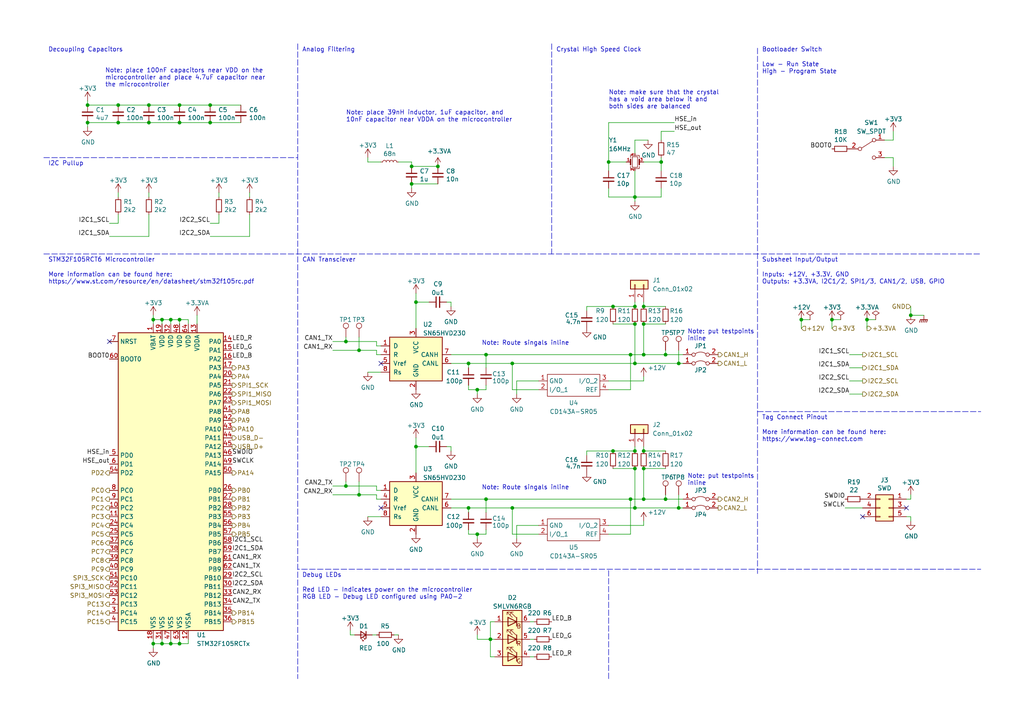
<source format=kicad_sch>
(kicad_sch (version 20211123) (generator eeschema)
  (paper "A4")
  (title_block (title "STM32F105RCT6 Subsheet") (date "2022-10-09") (company "Longhorn Racing"))
  (junction (at 251.46 92.71))
  (junction (at 138.43 154.94))
  (junction (at 49.53 186.69))
  (junction (at 135.89 147.32))
  (junction (at 184.15 57.15))
  (junction (at 119.38 53.34))
  (junction (at 184.15 135.89))
  (junction (at 104.14 143.51))
  (junction (at 60.96 35.56))
  (junction (at 140.97 102.87))
  (junction (at 34.29 35.56))
  (junction (at 100.33 99.06))
  (junction (at 104.14 101.6))
  (junction (at 43.18 35.56))
  (junction (at 186.69 88.9))
  (junction (at 142.24 185.42))
  (junction (at 177.8 88.9))
  (junction (at 148.59 105.41))
  (junction (at 60.96 30.48))
  (junction (at 196.85 105.41))
  (junction (at 196.85 147.32))
  (junction (at 186.69 93.98))
  (junction (at 44.45 186.69))
  (junction (at 186.69 135.89))
  (junction (at 186.69 144.78))
  (junction (at 52.07 92.71))
  (junction (at 100.33 140.97))
  (junction (at 186.69 130.81))
  (junction (at 177.8 130.81))
  (junction (at 184.15 93.98))
  (junction (at 148.59 147.32))
  (junction (at 120.65 129.54))
  (junction (at 184.15 147.32))
  (junction (at 46.99 186.69))
  (junction (at 184.15 105.41))
  (junction (at 176.53 46.99))
  (junction (at 119.38 48.26))
  (junction (at 193.04 102.87))
  (junction (at 34.29 30.48))
  (junction (at 44.45 92.71))
  (junction (at 127 48.26))
  (junction (at 241.3 92.71))
  (junction (at 184.15 88.9))
  (junction (at 184.15 130.81))
  (junction (at 52.07 186.69))
  (junction (at 52.07 30.48))
  (junction (at 46.99 92.71))
  (junction (at 135.89 105.41))
  (junction (at 120.65 87.63))
  (junction (at 25.4 35.56))
  (junction (at 182.88 144.78))
  (junction (at 25.4 30.48))
  (junction (at 186.69 102.87))
  (junction (at 232.41 92.71))
  (junction (at 140.97 144.78))
  (junction (at 138.43 113.03))
  (junction (at 264.16 91.44))
  (junction (at 193.04 144.78))
  (junction (at 182.88 102.87))
  (junction (at 191.77 46.99))
  (junction (at 52.07 35.56))
  (junction (at 49.53 92.71))
  (junction (at 43.18 30.48))
  (no_connect (at 31.75 99.06))
  (no_connect (at 262.89 147.32))
  (no_connect (at 250.19 149.86))
  (no_connect (at 110.49 147.32))
  (no_connect (at 110.49 105.41))
  (wire (pts (xy 106.68 45.72) (xy 106.68 46.99)))
  (wire (pts (xy 149.86 110.49) (xy 149.86 114.3)))
  (wire (pts (xy 245.11 147.32) (xy 250.19 147.32)))
  (wire (pts (xy 130.81 87.63) (xy 130.81 88.9)))
  (wire (pts (xy 262.89 144.78) (xy 264.16 144.78)))
  (wire (pts (xy 100.33 97.79) (xy 100.33 99.06)))
  (wire (pts (xy 63.5 55.88) (xy 63.5 57.15)))
  (wire (pts (xy 100.33 140.97) (xy 109.22 140.97)))
  (polyline (pts (xy 160.02 165.1) (xy 86.36 165.1)))
  (wire (pts (xy 43.18 30.48) (xy 52.07 30.48)))
  (wire (pts (xy 259.08 40.64) (xy 259.08 38.1)))
  (wire (pts (xy 140.97 144.78) (xy 140.97 148.59)))
  (wire (pts (xy 63.5 64.77) (xy 63.5 62.23)))
  (wire (pts (xy 109.22 100.33) (xy 110.49 100.33)))
  (wire (pts (xy 25.4 36.83) (xy 25.4 35.56)))
  (wire (pts (xy 140.97 144.78) (xy 182.88 144.78)))
  (wire (pts (xy 44.45 186.69) (xy 44.45 187.96)))
  (wire (pts (xy 153.67 180.34) (xy 154.94 180.34)))
  (wire (pts (xy 130.81 144.78) (xy 140.97 144.78)))
  (wire (pts (xy 191.77 46.99) (xy 191.77 49.53)))
  (wire (pts (xy 109.22 102.87) (xy 110.49 102.87)))
  (wire (pts (xy 182.88 102.87) (xy 182.88 113.03)))
  (wire (pts (xy 72.39 55.88) (xy 72.39 57.15)))
  (wire (pts (xy 60.96 35.56) (xy 69.85 35.56)))
  (wire (pts (xy 140.97 102.87) (xy 182.88 102.87)))
  (wire (pts (xy 246.38 110.49) (xy 250.19 110.49)))
  (wire (pts (xy 148.59 147.32) (xy 148.59 154.94)))
  (wire (pts (xy 251.46 92.71) (xy 254 92.71)))
  (wire (pts (xy 186.69 109.22) (xy 186.69 110.49)))
  (wire (pts (xy 129.54 87.63) (xy 130.81 87.63)))
  (wire (pts (xy 148.59 105.41) (xy 184.15 105.41)))
  (wire (pts (xy 264.16 91.44) (xy 264.16 88.9)))
  (wire (pts (xy 170.18 130.81) (xy 170.18 132.08)))
  (wire (pts (xy 135.89 105.41) (xy 135.89 106.68)))
  (wire (pts (xy 187.96 40.64) (xy 184.15 40.64)))
  (wire (pts (xy 176.53 110.49) (xy 186.69 110.49)))
  (wire (pts (xy 177.8 93.98) (xy 184.15 93.98)))
  (wire (pts (xy 96.52 140.97) (xy 100.33 140.97)))
  (wire (pts (xy 25.4 30.48) (xy 34.29 30.48)))
  (wire (pts (xy 184.15 135.89) (xy 184.15 147.32)))
  (wire (pts (xy 186.69 93.98) (xy 186.69 102.87)))
  (wire (pts (xy 135.89 147.32) (xy 148.59 147.32)))
  (wire (pts (xy 25.4 29.21) (xy 25.4 30.48)))
  (wire (pts (xy 186.69 151.13) (xy 186.69 152.4)))
  (wire (pts (xy 182.88 144.78) (xy 182.88 154.94)))
  (wire (pts (xy 138.43 113.03) (xy 140.97 113.03)))
  (wire (pts (xy 46.99 186.69) (xy 49.53 186.69)))
  (wire (pts (xy 232.41 92.71) (xy 232.41 95.25)))
  (wire (pts (xy 184.15 57.15) (xy 191.77 57.15)))
  (wire (pts (xy 106.68 107.95) (xy 110.49 107.95)))
  (wire (pts (xy 182.88 102.87) (xy 186.69 102.87)))
  (wire (pts (xy 170.18 88.9) (xy 177.8 88.9)))
  (wire (pts (xy 176.53 113.03) (xy 182.88 113.03)))
  (wire (pts (xy 262.89 149.86) (xy 264.16 149.86)))
  (wire (pts (xy 186.69 93.98) (xy 193.04 93.98)))
  (wire (pts (xy 44.45 92.71) (xy 44.45 91.44)))
  (wire (pts (xy 109.22 142.24) (xy 110.49 142.24)))
  (wire (pts (xy 176.53 54.61) (xy 176.53 57.15)))
  (wire (pts (xy 142.24 180.34) (xy 142.24 185.42)))
  (wire (pts (xy 176.53 152.4) (xy 186.69 152.4)))
  (wire (pts (xy 232.41 92.71) (xy 234.95 92.71)))
  (wire (pts (xy 143.51 180.34) (xy 142.24 180.34)))
  (polyline (pts (xy 160.02 165.1) (xy 284.48 165.1)))
  (wire (pts (xy 49.53 92.71) (xy 46.99 92.71)))
  (wire (pts (xy 120.65 87.63) (xy 120.65 95.25)))
  (wire (pts (xy 106.68 46.99) (xy 110.49 46.99)))
  (wire (pts (xy 127 53.34) (xy 119.38 53.34)))
  (wire (pts (xy 60.96 64.77) (xy 63.5 64.77)))
  (wire (pts (xy 186.69 135.89) (xy 186.69 144.78)))
  (wire (pts (xy 142.24 190.5) (xy 143.51 190.5)))
  (wire (pts (xy 138.43 154.94) (xy 138.43 156.21)))
  (wire (pts (xy 100.33 139.7) (xy 100.33 140.97)))
  (wire (pts (xy 130.81 147.32) (xy 135.89 147.32)))
  (wire (pts (xy 49.53 93.98) (xy 49.53 92.71)))
  (wire (pts (xy 138.43 113.03) (xy 138.43 114.3)))
  (wire (pts (xy 264.16 91.44) (xy 267.97 91.44)))
  (polyline (pts (xy 160.02 12.7) (xy 160.02 73.66)))
  (wire (pts (xy 186.69 88.9) (xy 186.69 87.63)))
  (wire (pts (xy 120.65 129.54) (xy 120.65 137.16)))
  (wire (pts (xy 184.15 40.64) (xy 184.15 44.45)))
  (wire (pts (xy 256.54 40.64) (xy 259.08 40.64)))
  (polyline (pts (xy 86.36 12.7) (xy 86.36 196.85)))
  (wire (pts (xy 44.45 93.98) (xy 44.45 92.71)))
  (wire (pts (xy 196.85 101.6) (xy 196.85 105.41)))
  (wire (pts (xy 184.15 87.63) (xy 184.15 88.9)))
  (wire (pts (xy 149.86 110.49) (xy 156.21 110.49)))
  (wire (pts (xy 52.07 30.48) (xy 60.96 30.48)))
  (wire (pts (xy 149.86 152.4) (xy 156.21 152.4)))
  (wire (pts (xy 140.97 111.76) (xy 140.97 113.03)))
  (wire (pts (xy 109.22 143.51) (xy 109.22 144.78)))
  (wire (pts (xy 34.29 55.88) (xy 34.29 57.15)))
  (wire (pts (xy 138.43 154.94) (xy 140.97 154.94)))
  (wire (pts (xy 49.53 186.69) (xy 52.07 186.69)))
  (wire (pts (xy 256.54 45.72) (xy 259.08 45.72)))
  (wire (pts (xy 142.24 185.42) (xy 143.51 185.42)))
  (wire (pts (xy 43.18 35.56) (xy 52.07 35.56)))
  (wire (pts (xy 140.97 153.67) (xy 140.97 154.94)))
  (wire (pts (xy 129.54 129.54) (xy 130.81 129.54)))
  (wire (pts (xy 186.69 135.89) (xy 193.04 135.89)))
  (wire (pts (xy 184.15 105.41) (xy 196.85 105.41)))
  (wire (pts (xy 130.81 102.87) (xy 140.97 102.87)))
  (wire (pts (xy 135.89 154.94) (xy 138.43 154.94)))
  (wire (pts (xy 177.8 130.81) (xy 184.15 130.81)))
  (wire (pts (xy 184.15 93.98) (xy 184.15 105.41)))
  (polyline (pts (xy 219.71 13.97) (xy 219.71 166.37)))
  (wire (pts (xy 186.69 102.87) (xy 193.04 102.87)))
  (polyline (pts (xy 12.7 45.72) (xy 86.36 45.72)))
  (wire (pts (xy 170.18 130.81) (xy 177.8 130.81)))
  (wire (pts (xy 120.65 85.09) (xy 120.65 87.63)))
  (wire (pts (xy 264.16 144.78) (xy 264.16 143.51)))
  (wire (pts (xy 193.04 101.6) (xy 193.04 102.87)))
  (wire (pts (xy 60.96 30.48) (xy 69.85 30.48)))
  (wire (pts (xy 44.45 186.69) (xy 44.45 185.42)))
  (wire (pts (xy 191.77 38.1) (xy 195.58 38.1)))
  (wire (pts (xy 259.08 45.72) (xy 259.08 48.26)))
  (wire (pts (xy 191.77 40.64) (xy 191.77 38.1)))
  (wire (pts (xy 107.95 184.15) (xy 109.22 184.15)))
  (wire (pts (xy 104.14 97.79) (xy 104.14 101.6)))
  (wire (pts (xy 34.29 30.48) (xy 43.18 30.48)))
  (wire (pts (xy 135.89 147.32) (xy 135.89 148.59)))
  (wire (pts (xy 148.59 154.94) (xy 156.21 154.94)))
  (wire (pts (xy 140.97 102.87) (xy 140.97 106.68)))
  (wire (pts (xy 52.07 92.71) (xy 52.07 93.98)))
  (wire (pts (xy 72.39 68.58) (xy 72.39 62.23)))
  (wire (pts (xy 104.14 143.51) (xy 109.22 143.51)))
  (wire (pts (xy 104.14 101.6) (xy 109.22 101.6)))
  (wire (pts (xy 182.88 144.78) (xy 186.69 144.78)))
  (wire (pts (xy 176.53 154.94) (xy 182.88 154.94)))
  (wire (pts (xy 176.53 49.53) (xy 176.53 46.99)))
  (wire (pts (xy 31.75 64.77) (xy 34.29 64.77)))
  (wire (pts (xy 46.99 185.42) (xy 46.99 186.69)))
  (wire (pts (xy 196.85 143.51) (xy 196.85 147.32)))
  (polyline (pts (xy 176.53 196.85) (xy 176.53 165.1)))
  (wire (pts (xy 135.89 113.03) (xy 138.43 113.03)))
  (wire (pts (xy 54.61 186.69) (xy 54.61 185.42)))
  (wire (pts (xy 124.46 87.63) (xy 120.65 87.63)))
  (wire (pts (xy 184.15 57.15) (xy 184.15 58.42)))
  (wire (pts (xy 119.38 53.34) (xy 119.38 54.61)))
  (wire (pts (xy 193.04 102.87) (xy 198.12 102.87)))
  (wire (pts (xy 106.68 149.86) (xy 110.49 149.86)))
  (wire (pts (xy 49.53 92.71) (xy 52.07 92.71)))
  (wire (pts (xy 52.07 92.71) (xy 54.61 92.71)))
  (wire (pts (xy 114.3 184.15) (xy 115.57 184.15)))
  (wire (pts (xy 119.38 46.99) (xy 119.38 48.26)))
  (wire (pts (xy 130.81 105.41) (xy 135.89 105.41)))
  (wire (pts (xy 184.15 49.53) (xy 184.15 57.15)))
  (wire (pts (xy 148.59 105.41) (xy 148.59 113.03)))
  (wire (pts (xy 60.96 68.58) (xy 72.39 68.58)))
  (wire (pts (xy 148.59 147.32) (xy 184.15 147.32)))
  (wire (pts (xy 96.52 99.06) (xy 100.33 99.06)))
  (wire (pts (xy 186.69 130.81) (xy 186.69 129.54)))
  (wire (pts (xy 43.18 68.58) (xy 43.18 62.23)))
  (wire (pts (xy 186.69 46.99) (xy 191.77 46.99)))
  (wire (pts (xy 264.16 149.86) (xy 264.16 151.13)))
  (wire (pts (xy 96.52 143.51) (xy 104.14 143.51)))
  (wire (pts (xy 142.24 185.42) (xy 142.24 190.5)))
  (wire (pts (xy 135.89 105.41) (xy 148.59 105.41)))
  (wire (pts (xy 135.89 153.67) (xy 135.89 154.94)))
  (wire (pts (xy 52.07 35.56) (xy 60.96 35.56)))
  (wire (pts (xy 246.38 114.3) (xy 250.19 114.3)))
  (wire (pts (xy 176.53 35.56) (xy 195.58 35.56)))
  (wire (pts (xy 154.94 190.5) (xy 153.67 190.5)))
  (wire (pts (xy 246.38 102.87) (xy 250.19 102.87)))
  (wire (pts (xy 101.6 182.88) (xy 101.6 184.15)))
  (wire (pts (xy 241.3 92.71) (xy 243.84 92.71)))
  (wire (pts (xy 138.43 185.42) (xy 138.43 184.15)))
  (wire (pts (xy 96.52 101.6) (xy 104.14 101.6)))
  (wire (pts (xy 57.15 91.44) (xy 57.15 93.98)))
  (wire (pts (xy 191.77 57.15) (xy 191.77 54.61)))
  (wire (pts (xy 177.8 88.9) (xy 184.15 88.9)))
  (wire (pts (xy 177.8 135.89) (xy 184.15 135.89)))
  (wire (pts (xy 46.99 186.69) (xy 44.45 186.69)))
  (wire (pts (xy 25.4 35.56) (xy 34.29 35.56)))
  (wire (pts (xy 135.89 111.76) (xy 135.89 113.03)))
  (wire (pts (xy 251.46 92.71) (xy 251.46 95.25)))
  (wire (pts (xy 241.3 92.71) (xy 241.3 95.25)))
  (wire (pts (xy 124.46 129.54) (xy 120.65 129.54)))
  (wire (pts (xy 191.77 45.72) (xy 191.77 46.99)))
  (wire (pts (xy 52.07 186.69) (xy 54.61 186.69)))
  (wire (pts (xy 193.04 130.81) (xy 186.69 130.81)))
  (wire (pts (xy 130.81 129.54) (xy 130.81 130.81)))
  (wire (pts (xy 184.15 147.32) (xy 196.85 147.32)))
  (wire (pts (xy 176.53 46.99) (xy 176.53 35.56)))
  (wire (pts (xy 109.22 140.97) (xy 109.22 142.24)))
  (wire (pts (xy 34.29 64.77) (xy 34.29 62.23)))
  (wire (pts (xy 119.38 48.26) (xy 127 48.26)))
  (wire (pts (xy 109.22 101.6) (xy 109.22 102.87)))
  (polyline (pts (xy 219.71 119.38) (xy 284.48 119.38)))
  (wire (pts (xy 149.86 152.4) (xy 149.86 156.21)))
  (wire (pts (xy 246.38 106.68) (xy 250.19 106.68)))
  (wire (pts (xy 196.85 105.41) (xy 198.12 105.41)))
  (wire (pts (xy 193.04 143.51) (xy 193.04 144.78)))
  (wire (pts (xy 34.29 35.56) (xy 43.18 35.56)))
  (wire (pts (xy 176.53 46.99) (xy 181.61 46.99)))
  (wire (pts (xy 148.59 113.03) (xy 156.21 113.03)))
  (wire (pts (xy 170.18 88.9) (xy 170.18 90.17)))
  (wire (pts (xy 31.75 68.58) (xy 43.18 68.58)))
  (wire (pts (xy 100.33 99.06) (xy 109.22 99.06)))
  (wire (pts (xy 176.53 57.15) (xy 184.15 57.15)))
  (wire (pts (xy 52.07 186.69) (xy 52.07 185.42)))
  (polyline (pts (xy 12.7 73.66) (xy 284.48 73.66)))
  (wire (pts (xy 138.43 185.42) (xy 142.24 185.42)))
  (wire (pts (xy 193.04 144.78) (xy 198.12 144.78)))
  (wire (pts (xy 184.15 129.54) (xy 184.15 130.81)))
  (wire (pts (xy 196.85 147.32) (xy 198.12 147.32)))
  (wire (pts (xy 44.45 92.71) (xy 46.99 92.71)))
  (wire (pts (xy 115.57 46.99) (xy 119.38 46.99)))
  (wire (pts (xy 104.14 139.7) (xy 104.14 143.51)))
  (wire (pts (xy 109.22 99.06) (xy 109.22 100.33)))
  (wire (pts (xy 46.99 92.71) (xy 46.99 93.98)))
  (wire (pts (xy 186.69 144.78) (xy 193.04 144.78)))
  (wire (pts (xy 43.18 55.88) (xy 43.18 57.15)))
  (wire (pts (xy 49.53 186.69) (xy 49.53 185.42)))
  (wire (pts (xy 120.65 127) (xy 120.65 129.54)))
  (wire (pts (xy 109.22 144.78) (xy 110.49 144.78)))
  (wire (pts (xy 193.04 88.9) (xy 186.69 88.9)))
  (wire (pts (xy 101.6 184.15) (xy 102.87 184.15)))
  (wire (pts (xy 54.61 92.71) (xy 54.61 93.98)))
  (wire (pts (xy 154.94 185.42) (xy 153.67 185.42)))
  (text "Note: place 100nF capacitors near VDD on the \nmicrocontroller and place 4.7uF capacitor near \nthe microcontroller" (at 30.48 25.4 0) (effects (font (size 1.27 1.27)) (justify left bottom)))
  (text "Note: put testpoints \ninline" (at 199.39 140.97 0) (effects (font (size 1.27 1.27)) (justify left bottom)))
  (text "Note: Route singals inline" (at 139.7 142.24 0) (effects (font (size 1.27 1.27)) (justify left bottom)))
  (text "Inputs: +12V, +3.3V, GND\nOutputs: +3.3VA, I2C1/2, SPI1/3, CAN1/2, USB, GPIO" (at 220.98 82.55 0) (effects (font (size 1.27 1.27)) (justify left bottom)))
  (text "Bootloader Switch" (at 220.98 15.24 0) (effects (font (size 1.27 1.27)) (justify left bottom)))
  (text "Low - Run State\nHigh - Program State" (at 220.98 21.59 0) (effects (font (size 1.27 1.27)) (justify left bottom)))
  (text "Note: Route singals inline" (at 139.7 100.33 0) (effects (font (size 1.27 1.27)) (justify left bottom)))
  (text "Analog Filtering" (at 87.63 15.24 0) (effects (font (size 1.27 1.27)) (justify left bottom)))
  (text "I2C Pullup" (at 13.97 48.26 0) (effects (font (size 1.27 1.27)) (justify left bottom)))
  (text "Tag Connect Pinout" (at 220.98 121.92 0) (effects (font (size 1.27 1.27)) (justify left bottom)))
  (text "Note: place 39nH inductor, 1uF capacitor, and \n10nF capacitor near VDDA on the microcontroller" (at 100.33 35.56 0) (effects (font (size 1.27 1.27)) (justify left bottom)))
  (text "Subsheet Input/Output" (at 220.98 76.2 0) (effects (font (size 1.27 1.27)) (justify left bottom)))
  (text "Debug LEDs" (at 87.63 167.64 0) (effects (font (size 1.27 1.27)) (justify left bottom)))
  (text "Note: make sure that the crystal \nhas a void area below it and\nboth sides are balanced" (at 176.53 31.75 0) (effects (font (size 1.27 1.27)) (justify left bottom)))
  (text "Decoupling Capacitors" (at 13.97 15.24 0) (effects (font (size 1.27 1.27)) (justify left bottom)))
  (text "Crystal High Speed Clock" (at 161.29 15.24 0) (effects (font (size 1.27 1.27)) (justify left bottom)))
  (text "STM32F105RCT6 Microcontroller" (at 13.97 76.2 0) (effects (font (size 1.27 1.27)) (justify left bottom)))
  (text "CAN Transciever\n" (at 87.63 76.2 0) (effects (font (size 1.27 1.27)) (justify left bottom)))
  (text "More information can be found here:\nhttps://www.st.com/resource/en/datasheet/stm32f105rc.pdf" (at 13.97 82.55 0) (effects (font (size 1.27 1.27)) (justify left bottom)))
  (text "More information can be found here: \nhttps://www.tag-connect.com" (at 220.98 128.27 0) (effects (font (size 1.27 1.27)) (justify left bottom)))
  (text "Note: put testpoints \ninline" (at 199.39 99.06 0) (effects (font (size 1.27 1.27)) (justify left bottom)))
  (text "Red LED - Indicates power on the microcontroller\nRGB LED - Debug LED configured using PA0-2" (at 87.63 173.99 0) (effects (font (size 1.27 1.27)) (justify left bottom)))
  (label "SWDIO" (at 245.11 144.78 180))
  (label "HSE_in" (at 195.58 35.56 0))
  (label "SWCLK" (at 245.11 147.32 180))
  (label "SWDIO" (at 67.31 132.08 0))
  (label "HSE_out" (at 31.75 134.62 180))
  (label "CAN2_TX" (at 67.31 175.26 0))
  (label "I2C2_SCL" (at 67.31 167.64 0))
  (label "LED_G" (at 160.02 185.42 0))
  (label "CAN1_RX" (at 96.52 101.6 180))
  (label "LED_B" (at 160.02 180.34 0))
  (label "BOOT0" (at 241.3 43.18 180))
  (label "I2C1_SCL" (at 31.75 64.77 180))
  (label "CAN2_RX" (at 67.31 172.72 0))
  (label "HSE_in" (at 31.75 132.08 180))
  (label "I2C2_SDA" (at 60.96 68.58 180))
  (label "CAN1_RX" (at 67.31 162.56 0))
  (label "CAN1_TX" (at 67.31 165.1 0))
  (label "HSE_out" (at 195.58 38.1 0))
  (label "I2C1_SCL" (at 246.38 102.87 180))
  (label "I2C1_SDA" (at 67.31 160.02 0))
  (label "CAN1_TX" (at 96.52 99.06 180))
  (label "BOOT0" (at 31.75 104.14 180))
  (label "I2C1_SDA" (at 246.38 106.68 180))
  (label "LED_R" (at 67.31 99.06 0))
  (label "LED_B" (at 67.31 104.14 0))
  (label "I2C2_SDA" (at 67.31 170.18 0))
  (label "LED_G" (at 67.31 101.6 0))
  (label "SWCLK" (at 67.31 134.62 0))
  (label "I2C2_SCL" (at 246.38 110.49 180))
  (label "LED_R" (at 160.02 190.5 0))
  (label "I2C2_SDA" (at 246.38 114.3 180))
  (label "CAN2_TX" (at 96.52 140.97 180))
  (label "I2C1_SCL" (at 67.31 157.48 0))
  (label "I2C2_SCL" (at 60.96 64.77 180))
  (label "CAN2_RX" (at 96.52 143.51 180))
  (label "I2C1_SDA" (at 31.75 68.58 180))
  (hierarchical_label "PC6" (shape output) (at 31.75 157.48 180))
  (hierarchical_label "PC7" (shape output) (at 31.75 160.02 180))
  (hierarchical_label "PC0" (shape output) (at 31.75 142.24 180))
  (hierarchical_label "USB_D-" (shape output) (at 67.31 127 0))
  (hierarchical_label "USB_D+" (shape output) (at 67.31 129.54 0))
  (hierarchical_label "CAN1_H" (shape output) (at 208.28 102.87 0))
  (hierarchical_label "SPI1_MOSI" (shape output) (at 67.31 116.84 0))
  (hierarchical_label "I2C1_SDA" (shape output) (at 250.19 106.68 0))
  (hierarchical_label "PB15" (shape output) (at 67.31 180.34 0))
  (hierarchical_label "PC5" (shape output) (at 31.75 154.94 180))
  (hierarchical_label "+12V" (shape input) (at 232.41 95.25 0))
  (hierarchical_label "PB5" (shape output) (at 67.31 154.94 0))
  (hierarchical_label "SPI1_SCK" (shape output) (at 67.31 111.76 0))
  (hierarchical_label "I2C2_SDA" (shape output) (at 250.19 114.3 0))
  (hierarchical_label "GND" (shape input) (at 264.16 88.9 180))
  (hierarchical_label "PA3" (shape output) (at 67.31 106.68 0))
  (hierarchical_label "+3V3" (shape input) (at 241.3 95.25 0))
  (hierarchical_label "SPI3_SCK" (shape output) (at 31.75 167.64 180))
  (hierarchical_label "SPI3_MISO" (shape output) (at 31.75 170.18 180))
  (hierarchical_label "PC2" (shape output) (at 31.75 147.32 180))
  (hierarchical_label "PA8" (shape output) (at 67.31 119.38 0))
  (hierarchical_label "PC9" (shape output) (at 31.75 165.1 180))
  (hierarchical_label "+3.3VA" (shape output) (at 251.46 95.25 0))
  (hierarchical_label "PB0" (shape output) (at 67.31 142.24 0))
  (hierarchical_label "CAN2_L" (shape output) (at 208.28 147.32 0))
  (hierarchical_label "PB2" (shape output) (at 67.31 147.32 0))
  (hierarchical_label "CAN1_L" (shape output) (at 208.28 105.41 0))
  (hierarchical_label "SPI1_MISO" (shape output) (at 67.31 114.3 0))
  (hierarchical_label "PD2" (shape output) (at 31.75 137.16 180))
  (hierarchical_label "PA14" (shape output) (at 67.31 137.16 0))
  (hierarchical_label "PC15" (shape output) (at 31.75 180.34 180))
  (hierarchical_label "PC8" (shape output) (at 31.75 162.56 180))
  (hierarchical_label "PB14" (shape output) (at 67.31 177.8 0))
  (hierarchical_label "I2C2_SCL" (shape output) (at 250.19 110.49 0))
  (hierarchical_label "PA4" (shape output) (at 67.31 109.22 0))
  (hierarchical_label "I2C1_SCL" (shape output) (at 250.19 102.87 0))
  (hierarchical_label "PA10" (shape output) (at 67.31 124.46 0))
  (hierarchical_label "PC13" (shape output) (at 31.75 175.26 180))
  (hierarchical_label "CAN2_H" (shape output) (at 208.28 144.78 0))
  (hierarchical_label "PB4" (shape output) (at 67.31 152.4 0))
  (hierarchical_label "PC3" (shape output) (at 31.75 149.86 180))
  (hierarchical_label "PC4" (shape output) (at 31.75 152.4 180))
  (hierarchical_label "PC1" (shape output) (at 31.75 144.78 180))
  (hierarchical_label "PC14" (shape output) (at 31.75 177.8 180))
  (hierarchical_label "PA9" (shape output) (at 67.31 121.92 0))
  (hierarchical_label "SPI3_MOSI" (shape output) (at 31.75 172.72 180))
  (hierarchical_label "PB1" (shape output) (at 67.31 144.78 0))
  (hierarchical_label "PB3" (shape output) (at 67.31 149.86 0))
  (symbol (lib_id "MCU_ST_STM32F1:STM32F105RCTx") (at 49.53 139.7 0) (unit 1)
    (property "Reference" "U1" (at 58.42 184.15 0))
    (property "Value" "STM32F105RCTx" (at 64.77 186.69 0))
    (property "Footprint" "Package_QFP:LQFP-64_10x10mm_P0.5mm" (effects hide))
    (property "Datasheet" "http://www.st.com/st-web-ui/static/active/en/resource/technical/document/datasheet/CD00220364.pdf" (effects hide))
  )
  (symbol (lib_id "power:GND") (at 44.45 187.96 0) (unit 1)
    (property "Reference" "#PWR06" (effects hide))
    (property "Value" "GND" (at 44.577 192.3542 0))
  )
  (symbol (lib_id "Switch:SW_SPDT") (at 251.46 43.18 0) (unit 1)
    (property "Reference" "SW1" (at 252.73 35.56 0))
    (property "Value" "SW_SPDT" (at 252.73 38.1 0))
    (property "Footprint" "Connector_PinHeader_1.27mm:PinHeader_1x03_P1.27mm_Vertical" (effects hide))
  )
  (symbol (lib_id "Device:R_Small") (at 243.84 43.18 270) (unit 1)
    (property "Reference" "R18" (at 243.84 38.2016 90))
    (property "Value" "10K" (at 243.84 40.513 90))
    (property "Footprint" "Resistor_SMD:R_0603_1608Metric" (effects hide))
  )
  (symbol (lib_id "power:GND") (at 259.08 48.26 0) (unit 1)
    (property "Reference" "#PWR038" (effects hide))
    (property "Value" "GND" (at 259.207 52.6542 0))
  )
  (symbol (lib_id "Device:C_Small") (at 25.4 33.02 0) (unit 1)
    (property "Reference" "C1" (at 27.7368 31.8516 0) (effects (justify left)))
    (property "Value" "4u7" (at 27.7368 34.163 0) (effects (justify left)))
    (property "Footprint" "Capacitor_SMD:C_0603_1608Metric" (effects hide))
  )
  (symbol (lib_id "Device:C_Small") (at 34.29 33.02 0) (unit 1)
    (property "Reference" "C2" (at 36.6268 31.8516 0) (effects (justify left)))
    (property "Value" "100n" (at 36.6268 34.163 0) (effects (justify left)))
    (property "Footprint" "Capacitor_SMD:C_0603_1608Metric" (effects hide))
  )
  (symbol (lib_id "Device:C_Small") (at 43.18 33.02 0) (unit 1)
    (property "Reference" "C3" (at 45.5168 31.8516 0) (effects (justify left)))
    (property "Value" "100n" (at 45.5168 34.163 0) (effects (justify left)))
    (property "Footprint" "Capacitor_SMD:C_0603_1608Metric" (effects hide))
  )
  (symbol (lib_id "Device:C_Small") (at 52.07 33.02 0) (unit 1)
    (property "Reference" "C4" (at 54.4068 31.8516 0) (effects (justify left)))
    (property "Value" "100n" (at 54.4068 34.163 0) (effects (justify left)))
    (property "Footprint" "Capacitor_SMD:C_0603_1608Metric" (effects hide))
  )
  (symbol (lib_id "Device:C_Small") (at 60.96 33.02 0) (unit 1)
    (property "Reference" "C5" (at 63.2968 31.8516 0) (effects (justify left)))
    (property "Value" "100n" (at 63.2968 34.163 0) (effects (justify left)))
    (property "Footprint" "Capacitor_SMD:C_0603_1608Metric" (effects hide))
  )
  (symbol (lib_id "Device:C_Small") (at 69.85 33.02 0) (unit 1)
    (property "Reference" "C6" (at 72.1868 31.8516 0) (effects (justify left)))
    (property "Value" "100n" (at 72.1868 34.163 0) (effects (justify left)))
    (property "Footprint" "Capacitor_SMD:C_0603_1608Metric" (effects hide))
  )
  (symbol (lib_id "power:GND") (at 25.4 36.83 0) (unit 1)
    (property "Reference" "#PWR02" (effects hide))
    (property "Value" "GND" (at 25.527 41.2242 0))
  )
  (symbol (lib_id "Device:L_Small") (at 113.03 46.99 90) (unit 1)
    (property "Reference" "L1" (at 113.03 42.291 90))
    (property "Value" "68n" (at 113.03 44.6024 90))
    (property "Footprint" "Inductor_SMD:L_0603_1608Metric" (effects hide))
  )
  (symbol (lib_id "power:+3.3VA") (at 127 48.26 0) (unit 1)
    (property "Reference" "#PWR020" (effects hide))
    (property "Value" "+3.3VA" (at 127.381 43.8658 0))
  )
  (symbol (lib_id "Device:C_Small") (at 119.38 50.8 0) (unit 1)
    (property "Reference" "C7" (at 121.7168 49.6316 0) (effects (justify left)))
    (property "Value" "1u" (at 121.7168 51.943 0) (effects (justify left)))
    (property "Footprint" "Capacitor_SMD:C_0603_1608Metric" (effects hide))
  )
  (symbol (lib_id "Device:C_Small") (at 127 50.8 0) (unit 1)
    (property "Reference" "C8" (at 129.3368 49.6316 0) (effects (justify left)))
    (property "Value" "10n" (at 129.3368 51.943 0) (effects (justify left)))
    (property "Footprint" "Capacitor_SMD:C_0603_1608Metric" (effects hide))
  )
  (symbol (lib_id "power:GND") (at 119.38 54.61 0) (unit 1)
    (property "Reference" "#PWR015" (effects hide))
    (property "Value" "GND" (at 119.507 59.0042 0))
  )
  (symbol (lib_id "Device:Crystal_GND24_Small") (at 184.15 46.99 0) (unit 1)
    (property "Reference" "Y1" (at 176.53 40.64 0) (effects (justify left)))
    (property "Value" "16MHz" (at 176.53 43.18 0) (effects (justify left)))
    (property "Footprint" "Crystal:Crystal_SMD_3225-4Pin_3.2x2.5mm" (effects hide))
    (property "Datasheet" "https://datasheet.lcsc.com/lcsc/2103291133_Yangxing-Tech-X322516MLB4SI_C13738.pdf" (effects hide))
  )
  (symbol (lib_id "power:GND") (at 184.15 58.42 0) (unit 1)
    (property "Reference" "#PWR030" (effects hide))
    (property "Value" "GND" (at 184.277 62.8142 0))
  )
  (symbol (lib_id "Device:C_Small") (at 191.77 52.07 0) (unit 1)
    (property "Reference" "C18" (at 194.1068 50.9016 0) (effects (justify left)))
    (property "Value" "10p" (at 194.1068 53.213 0) (effects (justify left)))
    (property "Footprint" "Capacitor_SMD:C_0603_1608Metric" (effects hide))
  )
  (symbol (lib_id "Device:C_Small") (at 176.53 52.07 0) (unit 1)
    (property "Reference" "C17" (at 178.8668 50.9016 0) (effects (justify left)))
    (property "Value" "10p" (at 178.8668 53.213 0) (effects (justify left)))
    (property "Footprint" "Capacitor_SMD:C_0603_1608Metric" (effects hide))
  )
  (symbol (lib_id "Device:R_Small") (at 191.77 43.18 0) (unit 1)
    (property "Reference" "R15" (at 193.2686 42.0116 0) (effects (justify left)))
    (property "Value" "47" (at 193.2686 44.323 0) (effects (justify left)))
    (property "Footprint" "Resistor_SMD:R_0603_1608Metric" (effects hide))
  )
  (symbol (lib_id "power:GND") (at 264.16 91.44 0) (unit 1)
    (property "Reference" "#PWR039" (effects hide))
    (property "Value" "GND" (at 264.287 95.8342 0))
  )
  (symbol (lib_id "power:GND") (at 187.96 40.64 0) (unit 1)
    (property "Reference" "#PWR033" (effects hide))
    (property "Value" "GND" (at 188.087 45.0342 0))
  )
  (symbol (lib_id "power:GND") (at 115.57 184.15 0) (unit 1)
    (property "Reference" "#PWR014" (effects hide))
    (property "Value" "GND" (at 115.697 188.5442 0))
  )
  (symbol (lib_id "Device:R_Small") (at 111.76 184.15 90) (unit 1)
    (property "Reference" "R5" (at 113.03 181.61 90) (effects (justify left)))
    (property "Value" "100" (at 113.03 186.69 90) (effects (justify left)))
    (property "Footprint" "Resistor_SMD:R_0603_1608Metric" (effects hide))
  )
  (symbol (lib_id "Device:LED_Small") (at 105.41 184.15 180) (unit 1)
    (property "Reference" "D1" (at 104.14 181.61 0) (effects (justify right)))
    (property "Value" "RED" (at 104.14 187.96 0) (effects (justify right)))
    (property "Footprint" "LED_SMD:LED_0603_1608Metric" (effects hide))
  )
  (symbol (lib_id "Connector_Generic:Conn_02x03_Odd_Even") (at 257.81 147.32 0) (mirror y) (unit 1)
    (property "Reference" "J3" (at 256.54 139.2682 0))
    (property "Value" "SWD" (at 256.54 141.5796 0))
    (property "Footprint" "Connector_PinHeader_1.27mm:PinHeader_2x03_P1.27mm_Vertical" (effects hide))
  )
  (symbol (lib_id "Device:R_Small") (at 247.65 144.78 270) (unit 1)
    (property "Reference" "R19" (at 247.65 139.8016 90))
    (property "Value" "22" (at 247.65 142.113 90))
    (property "Footprint" "Resistor_SMD:R_0603_1608Metric" (effects hide))
  )
  (symbol (lib_id "power:GND") (at 264.16 151.13 0) (unit 1)
    (property "Reference" "#PWR041" (effects hide))
    (property "Value" "GND" (at 264.287 155.5242 0))
  )
  (symbol (lib_id "Device:R_Small") (at 34.29 59.69 0) (unit 1)
    (property "Reference" "R1" (at 35.7886 58.5216 0) (effects (justify left)))
    (property "Value" "2k2" (at 35.7886 60.833 0) (effects (justify left)))
    (property "Footprint" "Resistor_SMD:R_0603_1608Metric" (effects hide))
  )
  (symbol (lib_id "Device:R_Small") (at 43.18 59.69 0) (unit 1)
    (property "Reference" "R2" (at 44.6786 58.5216 0) (effects (justify left)))
    (property "Value" "2k2" (at 44.6786 60.833 0) (effects (justify left)))
    (property "Footprint" "Resistor_SMD:R_0603_1608Metric" (effects hide))
  )
  (symbol (lib_id "Device:R_Small") (at 63.5 59.69 0) (unit 1)
    (property "Reference" "R3" (at 64.9986 58.5216 0) (effects (justify left)))
    (property "Value" "2k2" (at 64.9986 60.833 0) (effects (justify left)))
    (property "Footprint" "Resistor_SMD:R_0603_1608Metric" (effects hide))
  )
  (symbol (lib_id "Device:R_Small") (at 72.39 59.69 0) (unit 1)
    (property "Reference" "R4" (at 73.8886 58.5216 0) (effects (justify left)))
    (property "Value" "2k2" (at 73.8886 60.833 0) (effects (justify left)))
    (property "Footprint" "Resistor_SMD:R_0603_1608Metric" (effects hide))
  )
  (symbol (lib_id "Jumper:Jumper_2_Bridged") (at 203.2 144.78 0) (unit 1)
    (property "Reference" "JP3" (at 203.2 142.24 0))
    (property "Value" " " (at 203.2 142.9821 0))
    (property "Footprint" "Jumper:SolderJumper-2_P1.3mm_Bridged2Bar_Pad1.0x1.5mm" (effects hide))
  )
  (symbol (lib_id "Connector:TestPoint") (at 193.04 101.6 0) (unit 1)
    (property "Reference" "TP5" (at 191.77 96.52 0) (effects (justify left)))
    (property "Value" " " (at 194.437 100.0002 0) (effects (justify left)))
    (property "Footprint" "TestPoint:TestPoint_THTPad_1.0x1.0mm_Drill0.5mm" (effects hide))
  )
  (symbol (lib_id "power:+3V3") (at 63.5 55.88 0) (unit 1)
    (property "Reference" "#PWR08" (effects hide))
    (property "Value" "+3V3" (at 63.5 52.3042 0))
  )
  (symbol (lib_id "power:+12V") (at 232.41 92.71 0) (unit 1)
    (property "Reference" "#PWR034" (effects hide))
    (property "Value" "+12V" (at 232.41 89.1342 0))
  )
  (symbol (lib_id "power:+3V3") (at 106.68 45.72 0) (unit 1)
    (property "Reference" "#PWR011" (effects hide))
    (property "Value" "+3V3" (at 106.68 42.1442 0))
  )
  (symbol (lib_id "power:GND") (at 170.18 95.25 0) (unit 1)
    (property "Reference" "#PWR028" (effects hide))
    (property "Value" "GND" (at 173.99 97.79 0))
  )
  (symbol (lib_id "Connector:TestPoint") (at 104.14 97.79 0) (unit 1)
    (property "Reference" "TP3" (at 102.235 92.71 0) (effects (justify left)))
    (property "Value" " " (at 105.537 96.1902 0) (effects (justify left)))
    (property "Footprint" "TestPoint:TestPoint_THTPad_1.0x1.0mm_Drill0.5mm" (effects hide))
  )
  (symbol (lib_id "Connector_Generic:Conn_01x02") (at 184.15 82.55 90) (unit 1)
    (property "Reference" "J1" (at 189.23 81.28 90) (effects (justify right)))
    (property "Value" "Conn_01x02" (at 189.23 83.82 90) (effects (justify right)))
    (property "Footprint" "Connector_PinHeader_2.54mm:PinHeader_1x02_P2.54mm_Vertical" (effects hide))
  )
  (symbol (lib_id "power:+3V3") (at 34.29 55.88 0) (unit 1)
    (property "Reference" "#PWR03" (effects hide))
    (property "Value" "+3V3" (at 34.29 52.3042 0))
  )
  (symbol (lib_id "power:PWR_FLAG") (at 254 92.71 0) (unit 1)
    (property "Reference" "#FLG03" (effects hide))
    (property "Value" "PWR_FLAG" (effects hide))
  )
  (symbol (lib_id "Device:C_Small") (at 140.97 151.13 0) (unit 1)
    (property "Reference" "C14" (at 142.748 150.368 0) (effects (justify left)))
    (property "Value" "100p" (at 142.748 152.4 0) (effects (justify left)))
    (property "Footprint" "Capacitor_SMD:C_0603_1608Metric" (effects hide))
  )
  (symbol (lib_id "Device:R_Small") (at 157.48 190.5 90) (unit 1)
    (property "Reference" "R8" (at 158.75 187.96 90))
    (property "Value" "220" (at 154.94 187.96 90))
    (property "Footprint" "Resistor_SMD:R_0603_1608Metric" (effects hide))
  )
  (symbol (lib_id "power:+3V3") (at 44.45 91.44 0) (unit 1)
    (property "Reference" "#PWR05" (effects hide))
    (property "Value" "+3V3" (at 44.45 87.8642 0))
  )
  (symbol (lib_id "power:GND") (at 138.43 114.3 0) (unit 1)
    (property "Reference" "#PWR023" (effects hide))
    (property "Value" "GND" (at 138.43 118.7434 0))
  )
  (symbol (lib_id "Device:R_Small") (at 184.15 133.35 0) (unit 1)
    (property "Reference" "R12" (at 179.07 132.08 0) (effects (justify left)))
    (property "Value" "120" (at 179.07 134.62 0) (effects (justify left)))
    (property "Footprint" "Resistor_SMD:R_0603_1608Metric" (effects hide))
  )
  (symbol (lib_id "Global_Library:CD143A-SR05") (at 166.37 153.035 0) (unit 1)
    (property "Reference" "U5" (at 166.37 158.7531 0))
    (property "Value" "CD143A-SR05" (at 166.37 161.29 0))
    (property "Footprint" "Global Libraries:CD143ASR05" (effects hide))
  )
  (symbol (lib_id "power:GND") (at 130.81 130.81 0) (unit 1)
    (property "Reference" "#PWR022" (effects hide))
    (property "Value" "GND" (at 130.81 135.2534 0))
  )
  (symbol (lib_id "power:+3V3") (at 101.6 182.88 0) (unit 1)
    (property "Reference" "#PWR010" (effects hide))
    (property "Value" "+3V3" (at 101.6 179.3042 0))
  )
  (symbol (lib_id "Device:R_Small") (at 157.48 185.42 90) (unit 1)
    (property "Reference" "R7" (at 158.75 182.88 90))
    (property "Value" "220" (at 154.94 182.88 90))
    (property "Footprint" "Resistor_SMD:R_0603_1608Metric" (effects hide))
  )
  (symbol (lib_id "Global_Library:CD143A-SR05") (at 166.37 111.125 0) (unit 1)
    (property "Reference" "U4" (at 166.37 116.8431 0))
    (property "Value" "CD143A-SR05" (at 166.37 119.38 0))
    (property "Footprint" "Global Libraries:CD143ASR05" (effects hide))
  )
  (symbol (lib_id "Device:C_Small") (at 127 129.54 90) (unit 1)
    (property "Reference" "C10" (at 127.0063 124.2781 90))
    (property "Value" "0u1" (at 127.0063 126.815 90))
    (property "Footprint" "Capacitor_SMD:C_0603_1608Metric" (effects hide))
  )
  (symbol (lib_id "Device:C_Small") (at 170.18 134.62 180) (unit 1)
    (property "Reference" "C16" (at 163.83 133.35 0) (effects (justify right)))
    (property "Value" "4.7n" (at 164.084 135.255 0) (effects (justify right)))
    (property "Footprint" "Capacitor_SMD:C_0603_1608Metric" (effects hide))
  )
  (symbol (lib_id "Device:R_Small") (at 193.04 133.35 180) (unit 1)
    (property "Reference" "R17" (at 198.12 132.08 0) (effects (justify left)))
    (property "Value" "120" (at 198.12 134.62 0) (effects (justify left)))
    (property "Footprint" "Resistor_SMD:R_0603_1608Metric" (effects hide))
  )
  (symbol (lib_id "power:PWR_FLAG") (at 234.95 92.71 0) (unit 1)
    (property "Reference" "#FLG01" (effects hide))
    (property "Value" "PWR_FLAG" (effects hide))
  )
  (symbol (lib_id "power:+12V") (at 186.69 151.13 0) (unit 1)
    (property "Reference" "#PWR032" (effects hide))
    (property "Value" "+12V" (at 190.5 148.59 0))
  )
  (symbol (lib_id "power:GND") (at 138.43 156.21 0) (unit 1)
    (property "Reference" "#PWR024" (effects hide))
    (property "Value" "GND" (at 138.43 160.6534 0))
  )
  (symbol (lib_id "power:GND") (at 120.65 154.94 0) (unit 1)
    (property "Reference" "#PWR019" (effects hide))
    (property "Value" "GND" (at 120.65 159.3834 0))
  )
  (symbol (lib_id "power:+3V3") (at 25.4 29.21 0) (unit 1)
    (property "Reference" "#PWR01" (effects hide))
    (property "Value" "+3V3" (at 25.4 25.6342 0))
  )
  (symbol (lib_id "power:GND") (at 130.81 88.9 0) (unit 1)
    (property "Reference" "#PWR021" (effects hide))
    (property "Value" "GND" (at 130.81 93.3434 0))
  )
  (symbol (lib_id "power:+3V3") (at 241.3 92.71 0) (unit 1)
    (property "Reference" "#PWR035" (effects hide))
    (property "Value" "+3V3" (at 241.3 89.1342 0))
  )
  (symbol (lib_id "power:GND") (at 106.68 149.86 0) (unit 1)
    (property "Reference" "#PWR013" (effects hide))
    (property "Value" "GND" (at 106.68 154.3034 0))
  )
  (symbol (lib_id "Connector_Generic:Conn_01x02") (at 184.15 124.46 90) (unit 1)
    (property "Reference" "J2" (at 189.23 123.19 90) (effects (justify right)))
    (property "Value" "Conn_01x02" (at 189.23 125.73 90) (effects (justify right)))
    (property "Footprint" "Connector_PinHeader_2.54mm:PinHeader_1x02_P2.54mm_Vertical" (effects hide))
  )
  (symbol (lib_id "power:+3.3VA") (at 251.46 92.71 0) (unit 1)
    (property "Reference" "#PWR036" (effects hide))
    (property "Value" "+3.3VA" (at 251.46 89.1342 0))
  )
  (symbol (lib_id "power:PWR_FLAG") (at 243.84 92.71 0) (unit 1)
    (property "Reference" "#FLG02" (effects hide))
    (property "Value" "PWR_FLAG" (effects hide))
  )
  (symbol (lib_id "power:+3V3") (at 43.18 55.88 0) (unit 1)
    (property "Reference" "#PWR04" (effects hide))
    (property "Value" "+3V3" (at 43.18 52.3042 0))
  )
  (symbol (lib_id "power:GNDPWR") (at 267.97 91.44 0) (unit 1)
    (property "Reference" "#PWR042" (effects hide))
    (property "Value" "GNDPWR" (effects hide))
  )
  (symbol (lib_id "Connector:TestPoint") (at 196.85 101.6 0) (unit 1)
    (property "Reference" "TP7" (at 196.85 96.52 0))
    (property "Value" " " (at 196.85 96.52 0))
    (property "Footprint" "TestPoint:TestPoint_THTPad_1.0x1.0mm_Drill0.5mm" (effects hide))
  )
  (symbol (lib_id "power:GND") (at 170.18 137.16 0) (unit 1)
    (property "Reference" "#PWR029" (effects hide))
    (property "Value" "GND" (at 173.99 139.7 0))
  )
  (symbol (lib_id "power:+3.3VA") (at 57.15 91.44 0) (unit 1)
    (property "Reference" "#PWR07" (effects hide))
    (property "Value" "+3.3VA" (at 57.15 87.8642 0))
  )
  (symbol (lib_id "power:GND") (at 149.86 114.3 0) (unit 1)
    (property "Reference" "#PWR026" (effects hide))
    (property "Value" "GND" (at 149.86 118.7434 0))
  )
  (symbol (lib_id "power:+12V") (at 186.69 109.22 0) (unit 1)
    (property "Reference" "#PWR031" (effects hide))
    (property "Value" "+12V" (at 190.5 106.68 0))
  )
  (symbol (lib_id "Device:R_Small") (at 157.48 180.34 90) (unit 1)
    (property "Reference" "R6" (at 158.75 177.8 90))
    (property "Value" "220" (at 154.94 177.8 90))
    (property "Footprint" "Resistor_SMD:R_0603_1608Metric" (effects hide))
  )
  (symbol (lib_id "Jumper:Jumper_2_Bridged") (at 203.2 147.32 0) (unit 1)
    (property "Reference" "JP4" (at 203.2 149.225 0))
    (property "Value" " " (at 203.2 145.5221 0))
    (property "Footprint" "Jumper:SolderJumper-2_P1.3mm_Bridged2Bar_Pad1.0x1.5mm" (effects hide))
  )
  (symbol (lib_id "Connector:TestPoint") (at 193.04 143.51 0) (unit 1)
    (property "Reference" "TP6" (at 191.77 138.43 0) (effects (justify left)))
    (property "Value" " " (at 194.437 141.9102 0) (effects (justify left)))
    (property "Footprint" "TestPoint:TestPoint_THTPad_1.0x1.0mm_Drill0.5mm" (effects hide))
  )
  (symbol (lib_id "LED:SMLVN6RGB") (at 148.59 185.42 0) (unit 1)
    (property "Reference" "D2" (at 148.59 173.3382 0))
    (property "Value" "SMLVN6RGB" (at 148.59 175.8751 0))
    (property "Footprint" "LED_SMD:LED_ROHM_SMLVN6" (effects hide))
    (property "Datasheet" "https://www.rohm.com/datasheet/SMLVN6RGB1U" (effects hide))
  )
  (symbol (lib_id "power:+3V3") (at 264.16 143.51 0) (unit 1)
    (property "Reference" "#PWR040" (effects hide))
    (property "Value" "+3V3" (at 264.16 139.9342 0))
  )
  (symbol (lib_id "Device:R_Small") (at 186.69 133.35 180) (unit 1)
    (property "Reference" "R14" (at 191.77 132.08 0) (effects (justify left)))
    (property "Value" "120" (at 191.77 134.62 0) (effects (justify left)))
    (property "Footprint" "Resistor_SMD:R_0603_1608Metric" (effects hide))
  )
  (symbol (lib_id "Device:R_Small") (at 177.8 133.35 0) (unit 1)
    (property "Reference" "R10" (at 172.72 132.08 0) (effects (justify left)))
    (property "Value" "120" (at 172.72 134.62 0) (effects (justify left)))
    (property "Footprint" "Resistor_SMD:R_0603_1608Metric" (effects hide))
  )
  (symbol (lib_id "Device:C_Small") (at 170.18 92.71 180) (unit 1)
    (property "Reference" "C15" (at 163.83 91.44 0) (effects (justify right)))
    (property "Value" "4.7n" (at 164.084 93.345 0) (effects (justify right)))
    (property "Footprint" "Capacitor_SMD:C_0603_1608Metric" (effects hide))
  )
  (symbol (lib_id "Device:C_Small") (at 135.89 151.13 0) (unit 1)
    (property "Reference" "C12" (at 129.54 149.86 0) (effects (justify left)))
    (property "Value" "100p" (at 129.286 152.4 0) (effects (justify left)))
    (property "Footprint" "Capacitor_SMD:C_0603_1608Metric" (effects hide))
  )
  (symbol (lib_id "Jumper:Jumper_2_Bridged") (at 203.2 102.87 0) (unit 1)
    (property "Reference" "JP1" (at 203.2 100.33 0))
    (property "Value" " " (at 203.2 101.0721 0))
    (property "Footprint" "Jumper:SolderJumper-2_P1.3mm_Bridged2Bar_Pad1.0x1.5mm" (effects hide))
  )
  (symbol (lib_id "Connector:TestPoint") (at 100.33 97.79 0) (unit 1)
    (property "Reference" "TP1" (at 98.425 92.71 0) (effects (justify left)))
    (property "Value" " " (at 101.727 96.1902 0) (effects (justify left)))
    (property "Footprint" "TestPoint:TestPoint_THTPad_1.0x1.0mm_Drill0.5mm" (effects hide))
  )
  (symbol (lib_id "Connector:TestPoint") (at 100.33 139.7 0) (unit 1)
    (property "Reference" "TP2" (at 98.425 134.62 0) (effects (justify left)))
    (property "Value" " " (at 101.727 138.1002 0) (effects (justify left)))
    (property "Footprint" "TestPoint:TestPoint_THTPad_1.0x1.0mm_Drill0.5mm" (effects hide))
  )
  (symbol (lib_id "Jumper:Jumper_2_Bridged") (at 203.2 105.41 0) (unit 1)
    (property "Reference" "JP2" (at 203.2 107.315 0))
    (property "Value" " " (at 203.2 103.6121 0))
    (property "Footprint" "Jumper:SolderJumper-2_P1.3mm_Bridged2Bar_Pad1.0x1.5mm" (effects hide))
  )
  (symbol (lib_id "Device:R_Small") (at 193.04 91.44 180) (unit 1)
    (property "Reference" "R16" (at 198.12 90.17 0) (effects (justify left)))
    (property "Value" "120" (at 198.12 92.71 0) (effects (justify left)))
    (property "Footprint" "Resistor_SMD:R_0603_1608Metric" (effects hide))
  )
  (symbol (lib_id "Device:C_Small") (at 140.97 109.22 0) (unit 1)
    (property "Reference" "C13" (at 142.748 108.458 0) (effects (justify left)))
    (property "Value" "100p" (at 142.748 110.49 0) (effects (justify left)))
    (property "Footprint" "Capacitor_SMD:C_0603_1608Metric" (effects hide))
  )
  (symbol (lib_id "Device:R_Small") (at 184.15 91.44 0) (unit 1)
    (property "Reference" "R11" (at 179.07 90.17 0) (effects (justify left)))
    (property "Value" "120" (at 179.07 92.71 0) (effects (justify left)))
    (property "Footprint" "Resistor_SMD:R_0603_1608Metric" (effects hide))
  )
  (symbol (lib_id "power:GND") (at 149.86 156.21 0) (unit 1)
    (property "Reference" "#PWR027" (effects hide))
    (property "Value" "GND" (at 149.86 160.6534 0))
  )
  (symbol (lib_id "Connector:TestPoint") (at 196.85 143.51 0) (unit 1)
    (property "Reference" "TP8" (at 196.85 138.43 0))
    (property "Value" " " (at 196.85 138.43 0))
    (property "Footprint" "TestPoint:TestPoint_THTPad_1.0x1.0mm_Drill0.5mm" (effects hide))
  )
  (symbol (lib_id "power:GND") (at 106.68 107.95 0) (unit 1)
    (property "Reference" "#PWR012" (effects hide))
    (property "Value" "GND" (at 106.68 112.3934 0))
  )
  (symbol (lib_id "Device:C_Small") (at 135.89 109.22 0) (unit 1)
    (property "Reference" "C11" (at 129.54 107.95 0) (effects (justify left)))
    (property "Value" "100p" (at 129.286 110.49 0) (effects (justify left)))
    (property "Footprint" "Capacitor_SMD:C_0603_1608Metric" (effects hide))
  )
  (symbol (lib_id "power:+3V3") (at 120.65 85.09 0) (unit 1)
    (property "Reference" "#PWR016" (effects hide))
    (property "Value" "+3V3" (at 120.65 81.5142 0))
  )
  (symbol (lib_id "power:+3V3") (at 72.39 55.88 0) (unit 1)
    (property "Reference" "#PWR09" (effects hide))
    (property "Value" "+3V3" (at 72.39 52.3042 0))
  )
  (symbol (lib_id "Interface_CAN_LIN:SN65HVD230") (at 120.65 102.87 0) (unit 1)
    (property "Reference" "U2" (at 122.6694 94.0902 0) (effects (justify left)))
    (property "Value" "SN65HVD230" (at 122.6694 96.6271 0) (effects (justify left)))
    (property "Footprint" "Package_SO:SOIC-8_3.9x4.9mm_P1.27mm" (effects hide))
    (property "Datasheet" "http://www.ti.com/lit/ds/symlink/sn65hvd230.pdf" (effects hide))
  )
  (symbol (lib_id "Device:R_Small") (at 177.8 91.44 0) (unit 1)
    (property "Reference" "R9" (at 172.72 90.17 0) (effects (justify left)))
    (property "Value" "120" (at 172.72 92.71 0) (effects (justify left)))
    (property "Footprint" "Resistor_SMD:R_0603_1608Metric" (effects hide))
  )
  (symbol (lib_id "Interface_CAN_LIN:SN65HVD230") (at 120.65 144.78 0) (unit 1)
    (property "Reference" "U3" (at 122.6694 136.0002 0) (effects (justify left)))
    (property "Value" "SN65HVD230" (at 122.6694 138.5371 0) (effects (justify left)))
    (property "Footprint" "Package_SO:SOIC-8_3.9x4.9mm_P1.27mm" (effects hide))
    (property "Datasheet" "http://www.ti.com/lit/ds/symlink/sn65hvd230.pdf" (effects hide))
  )
  (symbol (lib_id "power:+3V3") (at 259.08 38.1 0) (unit 1)
    (property "Reference" "#PWR037" (effects hide))
    (property "Value" "+3V3" (at 259.08 34.5242 0))
  )
  (symbol (lib_id "Connector:TestPoint") (at 104.14 139.7 0) (unit 1)
    (property "Reference" "TP4" (at 102.235 134.62 0) (effects (justify left)))
    (property "Value" " " (at 105.537 138.1002 0) (effects (justify left)))
    (property "Footprint" "TestPoint:TestPoint_THTPad_1.0x1.0mm_Drill0.5mm" (effects hide))
  )
  (symbol (lib_id "power:+3V3") (at 120.65 127 0) (unit 1)
    (property "Reference" "#PWR018" (effects hide))
    (property "Value" "+3V3" (at 120.65 123.4242 0))
  )
  (symbol (lib_id "Device:C_Small") (at 127 87.63 90) (unit 1)
    (property "Reference" "C9" (at 127.0063 82.3681 90))
    (property "Value" "0u1" (at 127.0063 84.905 90))
    (property "Footprint" "Capacitor_SMD:C_0603_1608Metric" (effects hide))
  )
  (symbol (lib_id "power:GND") (at 120.65 113.03 0) (unit 1)
    (property "Reference" "#PWR017" (effects hide))
    (property "Value" "GND" (at 120.777 117.4242 0))
  )
  (symbol (lib_id "Device:R_Small") (at 186.69 91.44 180) (unit 1)
    (property "Reference" "R13" (at 191.77 90.17 0) (effects (justify left)))
    (property "Value" "120" (at 191.77 92.71 0) (effects (justify left)))
    (property "Footprint" "Resistor_SMD:R_0603_1608Metric" (effects hide))
  )
  (symbol (lib_id "power:+3V3") (at 138.43 184.15 0) (unit 1)
    (property "Reference" "#PWR025" (effects hide))
    (property "Value" "+3V3" (at 138.43 180.5742 0))
  )
)
</source>
